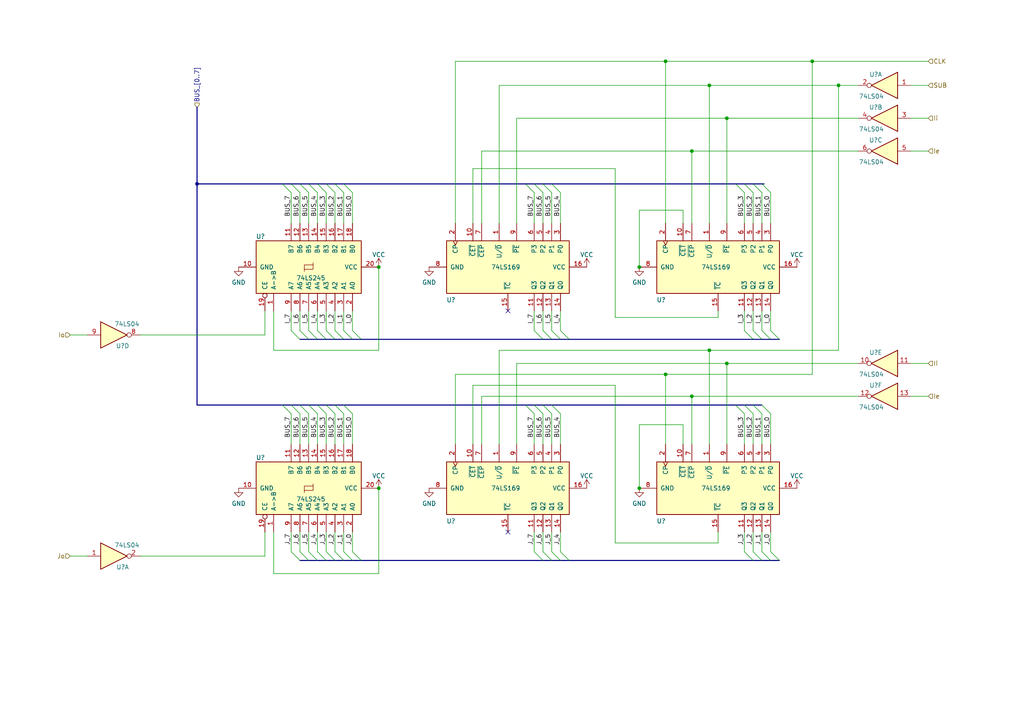
<source format=kicad_sch>
(kicad_sch (version 20211123) (generator eeschema)
  (paper "A4")
  (title_block (title "I and J Registers"))
  (lib_symbols
    (symbol "74xx:74LS04"
      (property "Reference" "U" (at 0 1.27 0))
      (property "Value" "74LS04" (at 0 -1.27 0))
      (symbol "74LS04_1_0"
        (polyline (pts (xy -3.81 3.81) (xy -3.81 -3.81) (xy 3.81 0) (xy -3.81 3.81)) (stroke (width 0.254)) (fill (type background)))
        (pin input line (at -7.62 0 0) (length 3.81) (name "~") (number "1"))
        (pin output inverted (at 7.62 0 180) (length 3.81) (name "~") (number "2"))
      )
      (symbol "74LS04_2_0"
        (polyline (pts (xy -3.81 3.81) (xy -3.81 -3.81) (xy 3.81 0) (xy -3.81 3.81)) (stroke (width 0.254)) (fill (type background)))
        (pin input line (at -7.62 0 0) (length 3.81) (name "~") (number "3"))
        (pin output inverted (at 7.62 0 180) (length 3.81) (name "~") (number "4"))
      )
      (symbol "74LS04_3_0"
        (polyline (pts (xy -3.81 3.81) (xy -3.81 -3.81) (xy 3.81 0) (xy -3.81 3.81)) (stroke (width 0.254)) (fill (type background)))
        (pin input line (at -7.62 0 0) (length 3.81) (name "~") (number "5"))
        (pin output inverted (at 7.62 0 180) (length 3.81) (name "~") (number "6"))
      )
      (symbol "74LS04_4_0"
        (polyline (pts (xy -3.81 3.81) (xy -3.81 -3.81) (xy 3.81 0) (xy -3.81 3.81)) (stroke (width 0.254)) (fill (type background)))
        (pin output inverted (at 7.62 0 180) (length 3.81) (name "~") (number "8"))
        (pin input line (at -7.62 0 0) (length 3.81) (name "~") (number "9"))
      )
      (symbol "74LS04_5_0"
        (polyline (pts (xy -3.81 3.81) (xy -3.81 -3.81) (xy 3.81 0) (xy -3.81 3.81)) (stroke (width 0.254)) (fill (type background)))
        (pin output inverted (at 7.62 0 180) (length 3.81) (name "~") (number "10"))
        (pin input line (at -7.62 0 0) (length 3.81) (name "~") (number "11"))
      )
      (symbol "74LS04_6_0"
        (polyline (pts (xy -3.81 3.81) (xy -3.81 -3.81) (xy 3.81 0) (xy -3.81 3.81)) (stroke (width 0.254)) (fill (type background)))
        (pin output inverted (at 7.62 0 180) (length 3.81) (name "~") (number "12"))
        (pin input line (at -7.62 0 0) (length 3.81) (name "~") (number "13"))
      )
      (symbol "74LS04_7_0"
        (pin power_in line (at 0 12.7 270) (length 5.08) (name "VCC") (number "14"))
        (pin power_in line (at 0 -12.7 90) (length 5.08) (name "GND") (number "7"))
      )
      (symbol "74LS04_7_1"
        (rectangle (start -5.08 7.62) (end 5.08 -7.62) (stroke (width 0.254)) (fill (type background)))
      )
    )
    (symbol "74xx:74LS169" (pin_names (offset 1.016))
      (property "Reference" "U" (at -7.62 19.05 0))
      (property "Value" "74LS169" (at -7.62 -19.05 0))
      (symbol "74LS169_1_0"
        (pin input line (at -12.7 -2.54 0) (length 5.08) (name "U/~{D}") (number "1"))
        (pin input line (at -12.7 -10.16 0) (length 5.08) (name "~{CET}") (number "10"))
        (pin output line (at 12.7 7.62 180) (length 5.08) (name "Q3") (number "11"))
        (pin output line (at 12.7 10.16 180) (length 5.08) (name "Q2") (number "12"))
        (pin output line (at 12.7 12.7 180) (length 5.08) (name "Q1") (number "13"))
        (pin output line (at 12.7 15.24 180) (length 5.08) (name "Q0") (number "14"))
        (pin output line (at 12.7 0 180) (length 5.08) (name "~{TC}") (number "15"))
        (pin power_in line (at 0 22.86 270) (length 5.08) (name "VCC") (number "16"))
        (pin input clock (at -12.7 -15.24 0) (length 5.08) (name "CP") (number "2"))
        (pin input line (at -12.7 15.24 0) (length 5.08) (name "P0") (number "3"))
        (pin input line (at -12.7 12.7 0) (length 5.08) (name "P1") (number "4"))
        (pin input line (at -12.7 10.16 0) (length 5.08) (name "P2") (number "5"))
        (pin input line (at -12.7 7.62 0) (length 5.08) (name "P3") (number "6"))
        (pin input line (at -12.7 -7.62 0) (length 5.08) (name "~{CEP}") (number "7"))
        (pin power_in line (at 0 -22.86 90) (length 5.08) (name "GND") (number "8"))
        (pin input line (at -12.7 2.54 0) (length 5.08) (name "~{PE}") (number "9"))
      )
      (symbol "74LS169_1_1"
        (rectangle (start -7.62 17.78) (end 7.62 -17.78) (stroke (width 0.254)) (fill (type background)))
      )
    )
    (symbol "74xx:74LS245" (pin_names (offset 1.016))
      (property "Reference" "U" (at -7.62 16.51 0))
      (property "Value" "74LS245" (at -7.62 -16.51 0))
      (symbol "74LS245_1_0"
        (polyline (pts (xy -0.635 -1.27) (xy -0.635 1.27) (xy 0.635 1.27)))
        (polyline (pts (xy -1.27 -1.27) (xy 0.635 -1.27) (xy 0.635 1.27) (xy 1.27 1.27)))
        (pin input line (at -12.7 -10.16 0) (length 5.08) (name "A->B") (number "1"))
        (pin power_in line (at 0 -20.32 90) (length 5.08) (name "GND") (number "10"))
        (pin tri_state line (at 12.7 -5.08 180) (length 5.08) (name "B7") (number "11"))
        (pin tri_state line (at 12.7 -2.54 180) (length 5.08) (name "B6") (number "12"))
        (pin tri_state line (at 12.7 0 180) (length 5.08) (name "B5") (number "13"))
        (pin tri_state line (at 12.7 2.54 180) (length 5.08) (name "B4") (number "14"))
        (pin tri_state line (at 12.7 5.08 180) (length 5.08) (name "B3") (number "15"))
        (pin tri_state line (at 12.7 7.62 180) (length 5.08) (name "B2") (number "16"))
        (pin tri_state line (at 12.7 10.16 180) (length 5.08) (name "B1") (number "17"))
        (pin tri_state line (at 12.7 12.7 180) (length 5.08) (name "B0") (number "18"))
        (pin input inverted (at -12.7 -12.7 0) (length 5.08) (name "CE") (number "19"))
        (pin tri_state line (at -12.7 12.7 0) (length 5.08) (name "A0") (number "2"))
        (pin power_in line (at 0 20.32 270) (length 5.08) (name "VCC") (number "20"))
        (pin tri_state line (at -12.7 10.16 0) (length 5.08) (name "A1") (number "3"))
        (pin tri_state line (at -12.7 7.62 0) (length 5.08) (name "A2") (number "4"))
        (pin tri_state line (at -12.7 5.08 0) (length 5.08) (name "A3") (number "5"))
        (pin tri_state line (at -12.7 2.54 0) (length 5.08) (name "A4") (number "6"))
        (pin tri_state line (at -12.7 0 0) (length 5.08) (name "A5") (number "7"))
        (pin tri_state line (at -12.7 -2.54 0) (length 5.08) (name "A6") (number "8"))
        (pin tri_state line (at -12.7 -5.08 0) (length 5.08) (name "A7") (number "9"))
      )
      (symbol "74LS245_1_1"
        (rectangle (start -7.62 15.24) (end 7.62 -15.24) (stroke (width 0.254)) (fill (type background)))
      )
    )
    (symbol "power:GND" (power) (pin_names (offset 0))
      (property "Value" "GND" (at 0 -3.81 0))
      (symbol "GND_0_1"
        (polyline (pts (xy 0 0) (xy 0 -1.27) (xy 1.27 -1.27) (xy 0 -2.54) (xy -1.27 -1.27) (xy 0 -1.27)))
      )
      (symbol "GND_1_1"
        (pin power_in line (at 0 0 270) (length 0) hide (name "GND") (number "1"))
      )
    )
    (symbol "power:VCC" (power) (pin_names (offset 0))
      (property "Value" "VCC" (at 0 3.81 0))
      (symbol "VCC_0_1"
        (polyline (pts (xy -0.762 1.27) (xy 0 2.54)))
        (polyline (pts (xy 0 0) (xy 0 2.54)))
        (polyline (pts (xy 0 2.54) (xy 0.762 1.27)))
      )
      (symbol "VCC_1_1"
        (pin power_in line (at 0 0 90) (length 0) hide (name "VCC") (number "1"))
      )
    )
  )
  (junction (at 205.74 101.6))
  (junction (at 205.74 24.765))
  (junction (at 193.04 17.78))
  (junction (at 193.04 108.585))
  (junction (at 57.15 53.34))
  (junction (at 109.855 141.605))
  (junction (at 210.82 34.29))
  (junction (at 200.66 43.815))
  (junction (at 243.205 24.765))
  (junction (at 185.42 141.605))
  (junction (at 235.585 17.78))
  (junction (at 210.82 105.41))
  (junction (at 185.42 77.47))
  (junction (at 109.855 77.47))
  (junction (at 200.66 114.935))
  (no_connect (at 147.32 90.17))
  (no_connect (at 147.32 154.305))
  (bus_entry (at 86.995 160.02) (size 2.54 2.54))
  (bus_entry (at 94.615 160.02) (size 2.54 2.54))
  (bus_entry (at 92.075 95.885) (size 2.54 2.54))
  (bus_entry (at 215.9 117.475) (size 2.54 2.54))
  (bus_entry (at 86.995 117.475) (size 2.54 2.54))
  (bus_entry (at 94.615 53.34) (size 2.54 2.54))
  (bus_entry (at 102.235 160.02) (size 2.54 2.54))
  (bus_entry (at 154.94 95.885) (size 2.54 2.54))
  (bus_entry (at 89.535 53.34) (size 2.54 2.54))
  (bus_entry (at 94.615 117.475) (size 2.54 2.54))
  (bus_entry (at 99.695 117.475) (size 2.54 2.54))
  (bus_entry (at 99.695 95.885) (size 2.54 2.54))
  (bus_entry (at 92.075 160.02) (size 2.54 2.54))
  (bus_entry (at 84.455 117.475) (size 2.54 2.54))
  (bus_entry (at 162.56 160.02) (size 2.54 2.54))
  (bus_entry (at 84.455 160.02) (size 2.54 2.54))
  (bus_entry (at 92.075 53.34) (size 2.54 2.54))
  (bus_entry (at 220.98 117.475) (size 2.54 2.54))
  (bus_entry (at 160.02 53.34) (size 2.54 2.54))
  (bus_entry (at 152.4 117.475) (size 2.54 2.54))
  (bus_entry (at 157.48 95.885) (size 2.54 2.54))
  (bus_entry (at 218.44 160.02) (size 2.54 2.54))
  (bus_entry (at 92.075 117.475) (size 2.54 2.54))
  (bus_entry (at 154.94 117.475) (size 2.54 2.54))
  (bus_entry (at 97.155 117.475) (size 2.54 2.54))
  (bus_entry (at 97.155 53.34) (size 2.54 2.54))
  (bus_entry (at 220.98 160.02) (size 2.54 2.54))
  (bus_entry (at 157.48 160.02) (size 2.54 2.54))
  (bus_entry (at 220.98 95.885) (size 2.54 2.54))
  (bus_entry (at 86.995 95.885) (size 2.54 2.54))
  (bus_entry (at 99.695 53.34) (size 2.54 2.54))
  (bus_entry (at 89.535 95.885) (size 2.54 2.54))
  (bus_entry (at 84.455 53.34) (size 2.54 2.54))
  (bus_entry (at 215.9 95.885) (size 2.54 2.54))
  (bus_entry (at 160.02 117.475) (size 2.54 2.54))
  (bus_entry (at 218.44 53.34) (size 2.54 2.54))
  (bus_entry (at 86.995 53.34) (size 2.54 2.54))
  (bus_entry (at 223.52 95.885) (size 2.54 2.54))
  (bus_entry (at 218.44 117.475) (size 2.54 2.54))
  (bus_entry (at 160.02 95.885) (size 2.54 2.54))
  (bus_entry (at 97.155 95.885) (size 2.54 2.54))
  (bus_entry (at 154.94 160.02) (size 2.54 2.54))
  (bus_entry (at 84.455 95.885) (size 2.54 2.54))
  (bus_entry (at 162.56 95.885) (size 2.54 2.54))
  (bus_entry (at 81.915 53.34) (size 2.54 2.54))
  (bus_entry (at 215.9 160.02) (size 2.54 2.54))
  (bus_entry (at 102.235 95.885) (size 2.54 2.54))
  (bus_entry (at 220.98 53.34) (size 2.54 2.54))
  (bus_entry (at 154.94 53.34) (size 2.54 2.54))
  (bus_entry (at 99.695 160.02) (size 2.54 2.54))
  (bus_entry (at 157.48 53.34) (size 2.54 2.54))
  (bus_entry (at 89.535 117.475) (size 2.54 2.54))
  (bus_entry (at 215.9 53.34) (size 2.54 2.54))
  (bus_entry (at 218.44 95.885) (size 2.54 2.54))
  (bus_entry (at 157.48 117.475) (size 2.54 2.54))
  (bus_entry (at 213.36 53.34) (size 2.54 2.54))
  (bus_entry (at 213.36 117.475) (size 2.54 2.54))
  (bus_entry (at 160.02 160.02) (size 2.54 2.54))
  (bus_entry (at 152.4 53.34) (size 2.54 2.54))
  (bus_entry (at 97.155 160.02) (size 2.54 2.54))
  (bus_entry (at 89.535 160.02) (size 2.54 2.54))
  (bus_entry (at 94.615 95.885) (size 2.54 2.54))
  (bus_entry (at 223.52 160.02) (size 2.54 2.54))
  (bus_entry (at 81.915 117.475) (size 2.54 2.54))
  (wire (pts (xy 154.94 55.88) (xy 154.94 64.77)))
  (wire (pts (xy 162.56 55.88) (xy 162.56 64.77)))
  (wire (pts (xy 97.155 90.17) (xy 97.155 95.885)))
  (wire (pts (xy 205.74 101.6) (xy 144.78 101.6)))
  (wire (pts (xy 243.205 101.6) (xy 205.74 101.6)))
  (wire (pts (xy 79.375 90.17) (xy 79.375 101.6)))
  (wire (pts (xy 84.455 90.17) (xy 84.455 95.885)))
  (wire (pts (xy 215.9 154.305) (xy 215.9 160.02)))
  (wire (pts (xy 193.04 108.585) (xy 193.04 128.905)))
  (wire (pts (xy 94.615 55.88) (xy 94.615 64.77)))
  (wire (pts (xy 193.04 108.585) (xy 132.08 108.585)))
  (wire (pts (xy 178.435 111.76) (xy 137.16 111.76)))
  (bus (pts (xy 84.455 117.475) (xy 81.915 117.475)))
  (wire (pts (xy 235.585 108.585) (xy 193.04 108.585)))
  (wire (pts (xy 185.42 60.96) (xy 185.42 77.47)))
  (wire (pts (xy 218.44 154.305) (xy 218.44 160.02)))
  (bus (pts (xy 218.44 98.425) (xy 220.98 98.425)))
  (wire (pts (xy 160.02 90.17) (xy 160.02 95.885)))
  (wire (pts (xy 20.32 161.29) (xy 25.4 161.29)))
  (wire (pts (xy 208.28 90.17) (xy 208.28 92.075)))
  (wire (pts (xy 223.52 120.015) (xy 223.52 128.905)))
  (wire (pts (xy 198.12 64.77) (xy 198.12 60.96)))
  (wire (pts (xy 218.44 120.015) (xy 218.44 128.905)))
  (wire (pts (xy 139.7 114.935) (xy 139.7 128.905)))
  (wire (pts (xy 79.375 101.6) (xy 109.855 101.6)))
  (bus (pts (xy 160.02 53.34) (xy 213.36 53.34)))
  (wire (pts (xy 269.24 17.78) (xy 235.585 17.78)))
  (bus (pts (xy 94.615 53.34) (xy 97.155 53.34)))
  (wire (pts (xy 205.74 24.765) (xy 205.74 64.77)))
  (wire (pts (xy 210.82 105.41) (xy 210.82 128.905)))
  (bus (pts (xy 220.98 53.34) (xy 221.615 53.34)))
  (wire (pts (xy 89.535 154.305) (xy 89.535 160.02)))
  (bus (pts (xy 57.15 53.34) (xy 81.915 53.34)))
  (wire (pts (xy 235.585 17.78) (xy 193.04 17.78)))
  (wire (pts (xy 264.16 114.935) (xy 269.24 114.935)))
  (bus (pts (xy 160.02 162.56) (xy 162.56 162.56)))
  (wire (pts (xy 210.82 34.29) (xy 210.82 64.77)))
  (bus (pts (xy 94.615 98.425) (xy 97.155 98.425)))
  (wire (pts (xy 154.94 154.305) (xy 154.94 160.02)))
  (wire (pts (xy 198.12 60.96) (xy 185.42 60.96)))
  (bus (pts (xy 152.4 53.34) (xy 154.94 53.34)))
  (bus (pts (xy 89.535 98.425) (xy 92.075 98.425)))
  (wire (pts (xy 162.56 120.015) (xy 162.56 128.905)))
  (wire (pts (xy 215.9 120.015) (xy 215.9 128.905)))
  (wire (pts (xy 223.52 154.305) (xy 223.52 160.02)))
  (wire (pts (xy 99.695 90.17) (xy 99.695 95.885)))
  (wire (pts (xy 20.32 97.155) (xy 25.4 97.155)))
  (wire (pts (xy 248.92 105.41) (xy 210.82 105.41)))
  (bus (pts (xy 218.44 162.56) (xy 220.98 162.56)))
  (wire (pts (xy 178.435 157.48) (xy 178.435 111.76)))
  (wire (pts (xy 264.16 105.41) (xy 269.24 105.41)))
  (wire (pts (xy 205.74 101.6) (xy 205.74 128.905)))
  (bus (pts (xy 99.695 98.425) (xy 102.235 98.425)))
  (wire (pts (xy 92.075 154.305) (xy 92.075 160.02)))
  (wire (pts (xy 220.98 55.88) (xy 220.98 64.77)))
  (wire (pts (xy 157.48 55.88) (xy 157.48 64.77)))
  (wire (pts (xy 94.615 120.015) (xy 94.615 128.905)))
  (bus (pts (xy 160.02 98.425) (xy 162.56 98.425)))
  (wire (pts (xy 193.04 17.78) (xy 193.04 64.77)))
  (bus (pts (xy 97.155 98.425) (xy 99.695 98.425)))
  (bus (pts (xy 104.775 98.425) (xy 157.48 98.425)))
  (wire (pts (xy 84.455 55.88) (xy 84.455 64.77)))
  (bus (pts (xy 157.48 53.34) (xy 160.02 53.34)))
  (bus (pts (xy 104.775 162.56) (xy 157.48 162.56)))
  (wire (pts (xy 89.535 55.88) (xy 89.535 64.77)))
  (bus (pts (xy 92.075 117.475) (xy 89.535 117.475)))
  (bus (pts (xy 84.455 53.34) (xy 86.995 53.34)))
  (bus (pts (xy 220.98 98.425) (xy 223.52 98.425)))
  (wire (pts (xy 215.9 55.88) (xy 215.9 64.77)))
  (wire (pts (xy 102.235 90.17) (xy 102.235 95.885)))
  (wire (pts (xy 157.48 120.015) (xy 157.48 128.905)))
  (wire (pts (xy 102.235 154.305) (xy 102.235 160.02)))
  (wire (pts (xy 99.695 120.015) (xy 99.695 128.905)))
  (bus (pts (xy 94.615 117.475) (xy 92.075 117.475)))
  (wire (pts (xy 178.435 92.075) (xy 178.435 48.895)))
  (wire (pts (xy 264.16 24.765) (xy 269.24 24.765)))
  (bus (pts (xy 154.94 117.475) (xy 152.4 117.475)))
  (wire (pts (xy 97.155 120.015) (xy 97.155 128.905)))
  (wire (pts (xy 248.92 43.815) (xy 200.66 43.815)))
  (bus (pts (xy 223.52 98.425) (xy 226.06 98.425)))
  (wire (pts (xy 193.04 17.78) (xy 132.08 17.78)))
  (wire (pts (xy 208.28 157.48) (xy 178.435 157.48)))
  (bus (pts (xy 160.02 117.475) (xy 157.48 117.475)))
  (wire (pts (xy 243.205 24.765) (xy 205.74 24.765)))
  (wire (pts (xy 160.02 154.305) (xy 160.02 160.02)))
  (wire (pts (xy 89.535 120.015) (xy 89.535 128.905)))
  (wire (pts (xy 200.66 114.935) (xy 139.7 114.935)))
  (wire (pts (xy 178.435 48.895) (xy 137.16 48.895)))
  (bus (pts (xy 213.36 117.475) (xy 160.02 117.475)))
  (bus (pts (xy 94.615 162.56) (xy 97.155 162.56)))
  (wire (pts (xy 109.855 101.6) (xy 109.855 77.47)))
  (wire (pts (xy 149.86 105.41) (xy 149.86 128.905)))
  (wire (pts (xy 40.64 97.155) (xy 76.835 97.155)))
  (wire (pts (xy 102.235 120.015) (xy 102.235 128.905)))
  (bus (pts (xy 86.995 98.425) (xy 89.535 98.425)))
  (wire (pts (xy 264.16 43.815) (xy 269.24 43.815)))
  (wire (pts (xy 154.94 90.17) (xy 154.94 95.885)))
  (wire (pts (xy 205.74 24.765) (xy 144.78 24.765)))
  (bus (pts (xy 157.48 117.475) (xy 154.94 117.475)))
  (bus (pts (xy 154.94 53.34) (xy 157.48 53.34)))
  (bus (pts (xy 97.155 117.475) (xy 94.615 117.475)))
  (wire (pts (xy 76.835 161.29) (xy 76.835 154.305)))
  (wire (pts (xy 139.7 43.815) (xy 139.7 64.77)))
  (bus (pts (xy 215.9 53.34) (xy 218.44 53.34)))
  (bus (pts (xy 81.915 53.34) (xy 84.455 53.34)))
  (wire (pts (xy 99.695 154.305) (xy 99.695 160.02)))
  (bus (pts (xy 220.98 117.475) (xy 218.44 117.475)))
  (wire (pts (xy 200.66 43.815) (xy 200.66 64.77)))
  (bus (pts (xy 162.56 98.425) (xy 165.1 98.425)))
  (bus (pts (xy 220.98 162.56) (xy 223.52 162.56)))
  (wire (pts (xy 235.585 17.78) (xy 235.585 108.585)))
  (wire (pts (xy 248.92 24.765) (xy 243.205 24.765)))
  (wire (pts (xy 102.235 55.88) (xy 102.235 64.77)))
  (bus (pts (xy 102.235 98.425) (xy 104.775 98.425)))
  (bus (pts (xy 89.535 117.475) (xy 86.995 117.475)))
  (wire (pts (xy 157.48 154.305) (xy 157.48 160.02)))
  (wire (pts (xy 198.12 123.19) (xy 185.42 123.19)))
  (wire (pts (xy 220.98 90.17) (xy 220.98 95.885)))
  (bus (pts (xy 92.075 162.56) (xy 94.615 162.56)))
  (wire (pts (xy 264.16 34.29) (xy 269.24 34.29)))
  (wire (pts (xy 97.155 55.88) (xy 97.155 64.77)))
  (wire (pts (xy 109.855 166.37) (xy 109.855 141.605)))
  (bus (pts (xy 89.535 162.56) (xy 92.075 162.56)))
  (bus (pts (xy 86.995 117.475) (xy 84.455 117.475)))
  (wire (pts (xy 92.075 90.17) (xy 92.075 95.885)))
  (wire (pts (xy 97.155 154.305) (xy 97.155 160.02)))
  (wire (pts (xy 223.52 90.17) (xy 223.52 95.885)))
  (wire (pts (xy 92.075 120.015) (xy 92.075 128.905)))
  (wire (pts (xy 185.42 123.19) (xy 185.42 141.605)))
  (wire (pts (xy 200.66 43.815) (xy 139.7 43.815)))
  (wire (pts (xy 137.16 48.895) (xy 137.16 64.77)))
  (wire (pts (xy 198.12 128.905) (xy 198.12 123.19)))
  (bus (pts (xy 97.155 162.56) (xy 99.695 162.56)))
  (wire (pts (xy 215.9 90.17) (xy 215.9 95.885)))
  (bus (pts (xy 218.44 117.475) (xy 215.9 117.475)))
  (bus (pts (xy 57.15 31.115) (xy 57.15 53.34)))
  (wire (pts (xy 149.86 34.29) (xy 149.86 64.77)))
  (wire (pts (xy 86.995 90.17) (xy 86.995 95.885)))
  (wire (pts (xy 79.375 166.37) (xy 109.855 166.37)))
  (wire (pts (xy 76.835 97.155) (xy 76.835 90.17)))
  (wire (pts (xy 220.98 154.305) (xy 220.98 160.02)))
  (bus (pts (xy 102.235 162.56) (xy 104.775 162.56)))
  (wire (pts (xy 86.995 55.88) (xy 86.995 64.77)))
  (bus (pts (xy 157.48 98.425) (xy 160.02 98.425)))
  (wire (pts (xy 132.08 108.585) (xy 132.08 128.905)))
  (wire (pts (xy 208.28 154.305) (xy 208.28 157.48)))
  (wire (pts (xy 223.52 55.88) (xy 223.52 64.77)))
  (wire (pts (xy 243.205 24.765) (xy 243.205 101.6)))
  (wire (pts (xy 218.44 55.88) (xy 218.44 64.77)))
  (wire (pts (xy 154.94 120.015) (xy 154.94 128.905)))
  (wire (pts (xy 84.455 120.015) (xy 84.455 128.905)))
  (wire (pts (xy 99.695 55.88) (xy 99.695 64.77)))
  (bus (pts (xy 92.075 98.425) (xy 94.615 98.425)))
  (bus (pts (xy 99.695 53.34) (xy 152.4 53.34)))
  (wire (pts (xy 220.98 120.015) (xy 220.98 128.905)))
  (wire (pts (xy 94.615 154.305) (xy 94.615 160.02)))
  (wire (pts (xy 210.82 34.29) (xy 149.86 34.29)))
  (wire (pts (xy 137.16 111.76) (xy 137.16 128.905)))
  (wire (pts (xy 160.02 120.015) (xy 160.02 128.905)))
  (wire (pts (xy 144.78 24.765) (xy 144.78 64.77)))
  (bus (pts (xy 162.56 162.56) (xy 165.1 162.56)))
  (wire (pts (xy 162.56 154.305) (xy 162.56 160.02)))
  (wire (pts (xy 144.78 101.6) (xy 144.78 128.905)))
  (bus (pts (xy 157.48 162.56) (xy 160.02 162.56)))
  (wire (pts (xy 94.615 90.17) (xy 94.615 95.885)))
  (wire (pts (xy 40.64 161.29) (xy 76.835 161.29)))
  (wire (pts (xy 162.56 90.17) (xy 162.56 95.885)))
  (bus (pts (xy 57.15 117.475) (xy 57.15 53.34)))
  (bus (pts (xy 89.535 53.34) (xy 92.075 53.34)))
  (wire (pts (xy 210.82 105.41) (xy 149.86 105.41)))
  (bus (pts (xy 86.995 53.34) (xy 89.535 53.34)))
  (wire (pts (xy 157.48 90.17) (xy 157.48 95.885)))
  (bus (pts (xy 99.695 162.56) (xy 102.235 162.56)))
  (wire (pts (xy 208.28 92.075) (xy 178.435 92.075)))
  (wire (pts (xy 218.44 90.17) (xy 218.44 95.885)))
  (bus (pts (xy 92.075 53.34) (xy 94.615 53.34)))
  (bus (pts (xy 86.995 162.56) (xy 89.535 162.56)))
  (bus (pts (xy 218.44 53.34) (xy 220.98 53.34)))
  (wire (pts (xy 84.455 154.305) (xy 84.455 160.02)))
  (bus (pts (xy 99.695 117.475) (xy 97.155 117.475)))
  (bus (pts (xy 223.52 162.56) (xy 226.06 162.56)))
  (bus (pts (xy 152.4 117.475) (xy 99.695 117.475)))
  (bus (pts (xy 97.155 53.34) (xy 99.695 53.34)))
  (bus (pts (xy 165.1 98.425) (xy 218.44 98.425)))
  (wire (pts (xy 86.995 120.015) (xy 86.995 128.905)))
  (wire (pts (xy 79.375 154.305) (xy 79.375 166.37)))
  (wire (pts (xy 132.08 17.78) (xy 132.08 64.77)))
  (bus (pts (xy 81.915 117.475) (xy 57.15 117.475)))
  (wire (pts (xy 200.66 114.935) (xy 200.66 128.905)))
  (wire (pts (xy 86.995 154.305) (xy 86.995 160.02)))
  (bus (pts (xy 213.36 53.34) (xy 215.9 53.34)))
  (wire (pts (xy 92.075 55.88) (xy 92.075 64.77)))
  (bus (pts (xy 215.9 117.475) (xy 213.36 117.475)))
  (wire (pts (xy 248.92 114.935) (xy 200.66 114.935)))
  (wire (pts (xy 89.535 90.17) (xy 89.535 95.885)))
  (bus (pts (xy 165.1 162.56) (xy 218.44 162.56)))
  (wire (pts (xy 160.02 55.88) (xy 160.02 64.77)))
  (wire (pts (xy 248.92 34.29) (xy 210.82 34.29)))
  (label "BUS_5" (at 89.535 62.865 90))
  (label "BUS_1" (at 99.695 62.865 90))
  (label "BUS_7" (at 84.455 127 90))
  (label "J_1" (at 99.695 158.115 90))
  (label "BUS_3" (at 215.9 62.865 90))
  (label "BUS_4" (at 92.075 62.865 90))
  (label "BUS_3" (at 215.9 127 90))
  (label "I_6" (at 157.48 93.98 90))
  (label "BUS_2" (at 97.155 62.865 90))
  (label "I_3" (at 94.615 93.98 90))
  (label "BUS_6" (at 86.995 62.865 90))
  (label "BUS_2" (at 97.155 127 90))
  (label "I_1" (at 220.98 93.98 90))
  (label "J_6" (at 86.995 158.115 90))
  (label "BUS_4" (at 92.075 127 90))
  (label "I_2" (at 97.155 93.98 90))
  (label "J_4" (at 162.56 158.115 90))
  (label "BUS_3" (at 94.615 127 90))
  (label "I_3" (at 215.9 93.98 90))
  (label "I_1" (at 99.695 93.98 90))
  (label "BUS_0" (at 223.52 62.865 90))
  (label "I_5" (at 160.02 93.98 90))
  (label "BUS_1" (at 220.98 62.865 90))
  (label "I_4" (at 92.075 93.98 90))
  (label "BUS_7" (at 154.94 62.865 90))
  (label "BUS_2" (at 218.44 62.865 90))
  (label "BUS_5" (at 160.02 127 90))
  (label "J_7" (at 154.94 158.115 90))
  (label "BUS_0" (at 223.52 127 90))
  (label "BUS_4" (at 162.56 127 90))
  (label "J_6" (at 157.48 158.115 90))
  (label "BUS_1" (at 99.695 127 90))
  (label "I_0" (at 223.52 93.98 90))
  (label "J_0" (at 102.235 158.115 90))
  (label "J_4" (at 92.075 158.115 90))
  (label "BUS_6" (at 157.48 127 90))
  (label "BUS_0" (at 102.235 62.865 90))
  (label "I_5" (at 89.535 93.98 90))
  (label "I_0" (at 102.235 93.98 90))
  (label "J_2" (at 97.155 158.115 90))
  (label "I_2" (at 218.44 93.98 90))
  (label "BUS_7" (at 154.94 127 90))
  (label "I_4" (at 162.56 93.98 90))
  (label "BUS_4" (at 162.56 62.865 90))
  (label "BUS_1" (at 220.98 127 90))
  (label "BUS_6" (at 86.995 127 90))
  (label "J_7" (at 84.455 158.115 90))
  (label "J_3" (at 94.615 158.115 90))
  (label "BUS_5" (at 160.02 62.865 90))
  (label "BUS_5" (at 89.535 127 90))
  (label "J_2" (at 218.44 158.115 90))
  (label "J_3" (at 215.9 158.115 90))
  (label "I_7" (at 154.94 93.98 90))
  (label "J_5" (at 160.02 158.115 90))
  (label "J_0" (at 223.52 158.115 90))
  (label "BUS_0" (at 102.235 127 90))
  (label "I_7" (at 84.455 93.98 90))
  (label "BUS_6" (at 157.48 62.865 90))
  (label "I_6" (at 86.995 93.98 90))
  (label "BUS_2" (at 218.44 127 90))
  (label "BUS_7" (at 84.455 62.865 90))
  (label "J_5" (at 89.535 158.115 90))
  (label "J_1" (at 220.98 158.115 90))
  (label "BUS_3" (at 94.615 62.865 90))
  (hierarchical_label "Ie" (shape input) (at 269.24 114.935 0))
  (hierarchical_label "BUS_[0..7]" (shape input) (at 57.15 31.115 90))
  (hierarchical_label "SUB" (shape input) (at 269.24 24.765 0))
  (hierarchical_label "Jo" (shape input) (at 20.32 161.29 180))
  (hierarchical_label "Io" (shape input) (at 20.32 97.155 180))
  (hierarchical_label "Ii" (shape input) (at 269.24 105.41 0))
  (hierarchical_label "Ii" (shape input) (at 269.24 34.29 0))
  (hierarchical_label "Ie" (shape input) (at 269.24 43.815 0))
  (hierarchical_label "CLK" (shape input) (at 269.24 17.78 0))
  (symbol (lib_id "74xx:74LS245") (at 89.535 141.605 270) (mirror x) (unit 1)
    (property "Reference" "U?" (at 75.565 132.715 90))
    (property "Value" "74LS245" (at 90.17 144.78 90))
    (property "Datasheet" "http://www.ti.com/lit/gpn/sn74LS245" (effects hide))
  )
  (symbol (lib_id "74xx:74LS04") (at 256.54 105.41 180) (unit 5)
    (property "Reference" "U?" (at 254 102.235 0))
    (property "Value" "74LS04" (at 252.73 108.585 0))
    (property "Datasheet" "http://www.ti.com/lit/gpn/sn74LS04" (effects hide))
  )
  (symbol (lib_id "power:GND") (at 124.46 141.605 0) (unit 1)
    (property "Reference" "#PWR?" (effects hide))
    (property "Value" "GND" (at 124.46 146.0484 0))
  )
  (symbol (lib_id "74xx:74LS04") (at 33.02 97.155 0) (unit 4)
    (property "Reference" "U?" (at 35.56 100.33 0))
    (property "Value" "74LS04" (at 36.83 93.98 0))
    (property "Datasheet" "http://www.ti.com/lit/gpn/sn74LS04" (effects hide))
  )
  (symbol (lib_id "power:GND") (at 124.46 77.47 0) (unit 1)
    (property "Reference" "#PWR?" (effects hide))
    (property "Value" "GND" (at 124.46 81.9134 0))
  )
  (symbol (lib_id "power:VCC") (at 109.855 77.47 0) (unit 1)
    (property "Reference" "#PWR?" (effects hide))
    (property "Value" "VCC" (at 109.855 73.8942 0))
  )
  (symbol (lib_id "74xx:74LS04") (at 256.54 24.765 180) (unit 1)
    (property "Reference" "U?" (at 254 21.59 0))
    (property "Value" "74LS04" (at 252.73 27.94 0))
    (property "Datasheet" "http://www.ti.com/lit/gpn/sn74LS04" (effects hide))
  )
  (symbol (lib_id "74xx:74LS04") (at 256.54 114.935 180) (unit 6)
    (property "Reference" "U?" (at 254 111.76 0))
    (property "Value" "74LS04" (at 252.73 118.11 0))
    (property "Datasheet" "http://www.ti.com/lit/gpn/sn74LS04" (effects hide))
  )
  (symbol (lib_id "74xx:74LS169") (at 208.28 141.605 270) (unit 1)
    (property "Reference" "U?" (at 191.77 151.13 90))
    (property "Value" "74LS169" (at 207.645 141.605 90))
    (property "Datasheet" "http://www.ti.com/lit/gpn/sn74LS169" (effects hide))
  )
  (symbol (lib_id "power:VCC") (at 170.18 77.47 0) (unit 1)
    (property "Reference" "#PWR?" (effects hide))
    (property "Value" "VCC" (at 170.18 73.8942 0))
  )
  (symbol (lib_id "power:VCC") (at 231.14 141.605 0) (unit 1)
    (property "Reference" "#PWR?" (effects hide))
    (property "Value" "VCC" (at 231.14 138.0292 0))
  )
  (symbol (lib_id "power:GND") (at 185.42 141.605 0) (unit 1)
    (property "Reference" "#PWR?" (effects hide))
    (property "Value" "GND" (at 185.42 146.0484 0))
  )
  (symbol (lib_id "74xx:74LS04") (at 33.02 161.29 0) (unit 1)
    (property "Reference" "U?" (at 35.56 164.465 0))
    (property "Value" "74LS04" (at 36.83 158.115 0))
    (property "Datasheet" "http://www.ti.com/lit/gpn/sn74LS04" (effects hide))
  )
  (symbol (lib_id "power:GND") (at 69.215 141.605 0) (unit 1)
    (property "Reference" "#PWR?" (effects hide))
    (property "Value" "GND" (at 69.215 146.0484 0))
  )
  (symbol (lib_id "power:VCC") (at 231.14 77.47 0) (unit 1)
    (property "Reference" "#PWR?" (effects hide))
    (property "Value" "VCC" (at 231.14 73.8942 0))
  )
  (symbol (lib_id "74xx:74LS169") (at 147.32 77.47 270) (unit 1)
    (property "Reference" "U?" (at 130.81 86.995 90))
    (property "Value" "74LS169" (at 146.685 77.47 90))
    (property "Datasheet" "http://www.ti.com/lit/gpn/sn74LS169" (effects hide))
  )
  (symbol (lib_id "power:GND") (at 185.42 77.47 0) (unit 1)
    (property "Reference" "#PWR?" (effects hide))
    (property "Value" "GND" (at 185.42 81.9134 0))
  )
  (symbol (lib_id "74xx:74LS169") (at 208.28 77.47 270) (unit 1)
    (property "Reference" "U?" (at 191.77 86.995 90))
    (property "Value" "74LS169" (at 207.645 77.47 90))
    (property "Datasheet" "http://www.ti.com/lit/gpn/sn74LS169" (effects hide))
  )
  (symbol (lib_id "power:GND") (at 69.215 77.47 0) (unit 1)
    (property "Reference" "#PWR?" (effects hide))
    (property "Value" "GND" (at 69.215 81.9134 0))
  )
  (symbol (lib_id "74xx:74LS245") (at 89.535 77.47 270) (mirror x) (unit 1)
    (property "Reference" "U?" (at 75.565 68.58 90))
    (property "Value" "74LS245" (at 90.17 80.645 90))
    (property "Datasheet" "http://www.ti.com/lit/gpn/sn74LS245" (effects hide))
  )
  (symbol (lib_id "power:VCC") (at 109.855 141.605 0) (unit 1)
    (property "Reference" "#PWR?" (effects hide))
    (property "Value" "VCC" (at 109.855 138.0292 0))
  )
  (symbol (lib_id "74xx:74LS04") (at 256.54 34.29 180) (unit 2)
    (property "Reference" "U?" (at 254 31.115 0))
    (property "Value" "74LS04" (at 252.73 37.465 0))
    (property "Datasheet" "http://www.ti.com/lit/gpn/sn74LS04" (effects hide))
  )
  (symbol (lib_id "74xx:74LS169") (at 147.32 141.605 270) (unit 1)
    (property "Reference" "U?" (at 130.81 151.13 90))
    (property "Value" "74LS169" (at 146.685 141.605 90))
    (property "Datasheet" "http://www.ti.com/lit/gpn/sn74LS169" (effects hide))
  )
  (symbol (lib_id "74xx:74LS04") (at 256.54 43.815 180) (unit 3)
    (property "Reference" "U?" (at 254 40.64 0))
    (property "Value" "74LS04" (at 252.73 46.99 0))
    (property "Datasheet" "http://www.ti.com/lit/gpn/sn74LS04" (effects hide))
  )
  (symbol (lib_id "power:VCC") (at 170.18 141.605 0) (unit 1)
    (property "Reference" "#PWR?" (effects hide))
    (property "Value" "VCC" (at 170.18 138.0292 0))
  )
)
</source>
